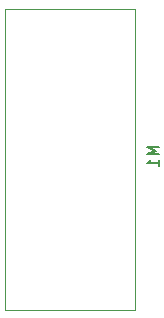
<source format=gbo>
%TF.GenerationSoftware,KiCad,Pcbnew,5.1.6-c6e7f7d~86~ubuntu18.04.1*%
%TF.CreationDate,2020-07-17T12:02:37-05:00*%
%TF.ProjectId,LightProyect,4c696768-7450-4726-9f79-6563742e6b69,rev?*%
%TF.SameCoordinates,Original*%
%TF.FileFunction,Legend,Bot*%
%TF.FilePolarity,Positive*%
%FSLAX46Y46*%
G04 Gerber Fmt 4.6, Leading zero omitted, Abs format (unit mm)*
G04 Created by KiCad (PCBNEW 5.1.6-c6e7f7d~86~ubuntu18.04.1) date 2020-07-17 12:02:37*
%MOMM*%
%LPD*%
G01*
G04 APERTURE LIST*
%ADD10C,0.120000*%
%ADD11C,0.150000*%
G04 APERTURE END LIST*
D10*
%TO.C,M1*%
X127684160Y-149587560D02*
X127684160Y-175087560D01*
X116684160Y-149587560D02*
X116684160Y-175087560D01*
X127684160Y-149587560D02*
X116684160Y-149587560D01*
X127684160Y-175087560D02*
X116684160Y-175087560D01*
D11*
X129748540Y-161278036D02*
X128748540Y-161278036D01*
X129462826Y-161611369D01*
X128748540Y-161944702D01*
X129748540Y-161944702D01*
X129748540Y-162944702D02*
X129748540Y-162373274D01*
X129748540Y-162658988D02*
X128748540Y-162658988D01*
X128891398Y-162563750D01*
X128986636Y-162468512D01*
X129034255Y-162373274D01*
%TD*%
M02*

</source>
